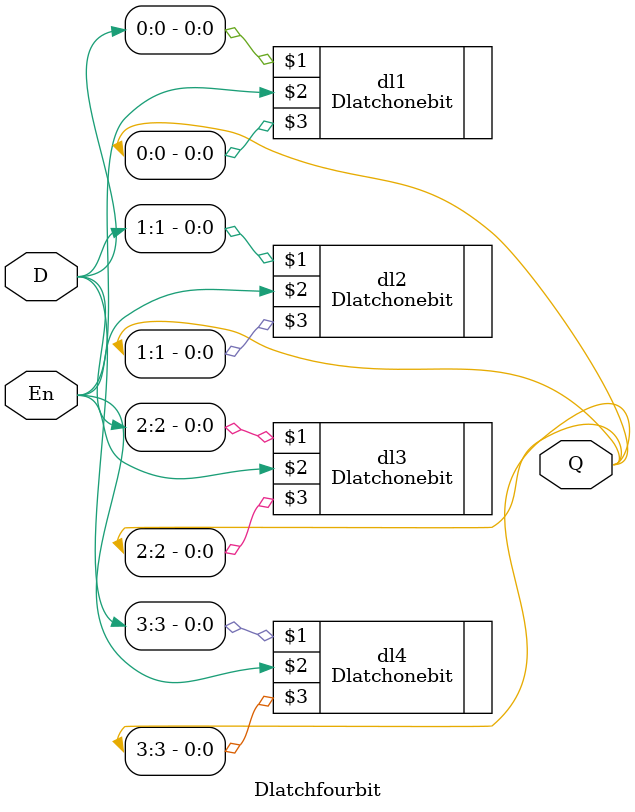
<source format=v>
module Dlatchfourbit (D, En, Q);

 input [3:0]D;
 input En;
 
 output [3:0]Q;

	Dlatchonebit dl1 (D[0], En, Q[0]);
	Dlatchonebit dl2 (D[1], En, Q[1]);
	Dlatchonebit dl3 (D[2], En, Q[2]);
	Dlatchonebit dl4 (D[3], En, Q[3]);
endmodule	

</source>
